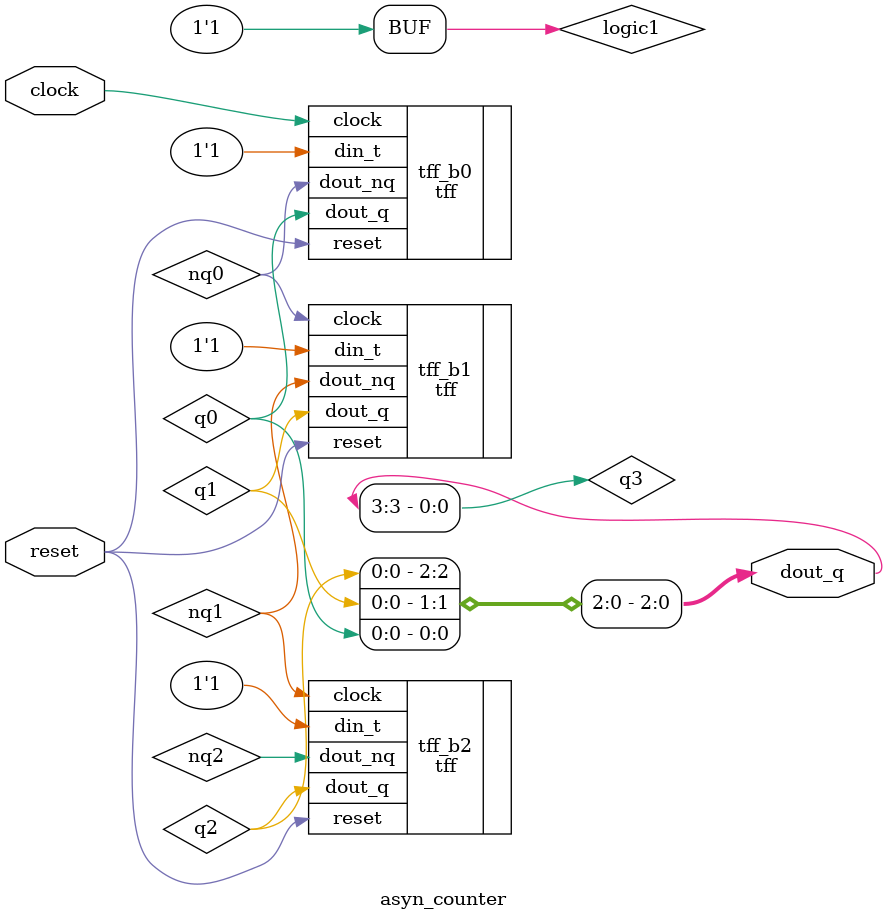
<source format=v>
module asyn_counter(clock,reset,dout_q);

input clock,reset;
output [3:0] dout_q;

wire logic1;
wire q0,q1,q2,q3;
wire nq0,nq1,nq2;

assign logic1=1'b1;

tff tff_b0(
    .clock (clock),
    .reset (reset),
    .din_t (logic1),
    .dout_q (q0),
    .dout_nq (nq0)
);
tff tff_b1(
    .clock (nq0),
    .reset (reset),
    .din_t (logic1),
    .dout_q (q1),
    .dout_nq (nq1)
);
tff tff_b2(
    .clock (nq1),
    .reset (reset),
    .din_t (logic1),
    .dout_q (q2),
    .dout_nq (nq2)
);
tff tff_b3(
    .clock ( ),
    .reset ( ),
    .din_t ( ),
    .dout_q ( ),
);

assign dout_q={q3,q2,q1,q0};

endmodule
</source>
